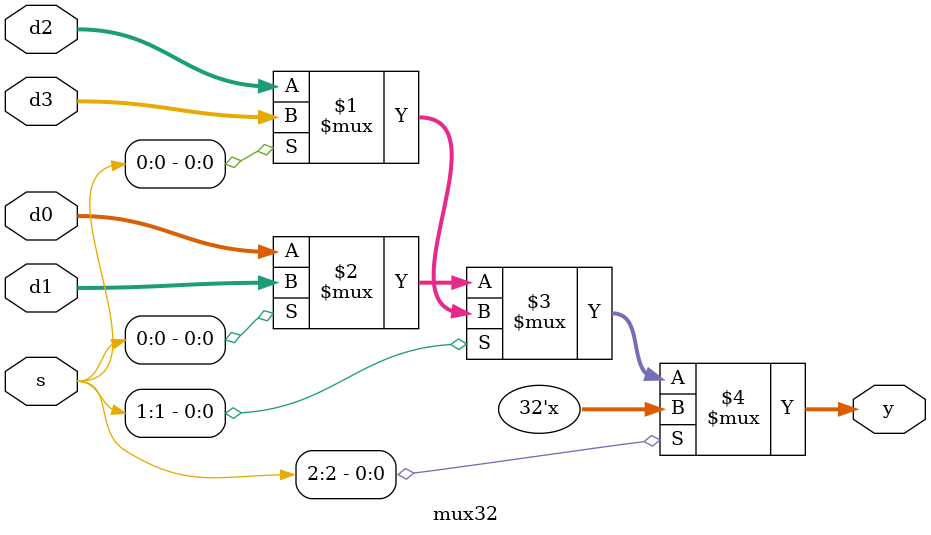
<source format=sv>
module alu#(parameter N = 32)
           (output logic [N-1:0] ALUResult,
            output logic zero_flag,
            input logic [N-1:0] SrcA, SrcB,
            input logic [3-1:0] ALUControl);

    logic [N-1:0] sum;
    logic [N-1:0] sub;
    logic [N-1:0] y_and;
    logic [N-1:0] y_or;
    assign zero_flag = ((SrcA - SrcB) == 0) ? 1 : 0;

    assign sum = SrcA + SrcB;
    subtractor sub1(sub, SrcA, SrcB); // 001
    andN and1(y_and, SrcA, SrcB); // 010
    orN or1(y_or, SrcA, SrcB); // 011
    mux32 mux32_1(ALUResult, sum, sub, y_and, y_or, ALUControl);
endmodule

module half_adder(s, c, a, b);
    output logic s, c;
    input logic a, b;

    assign s = a ^ b;
    assign c = a & b;
endmodule

module full_adder(s, cout, a, b, cin);
    output logic s, cout;
    input logic a, b, cin;

    half_adder h1(s1, cout1, a, b), h2(s, cout2, s1, cin);
    or g1(cout, cout1, cout2);
endmodule

module adder#(parameter N = 32)
             (output logic [N-1:0] f, 
              output logic cout,
              input logic [N-1:0] a, b);

    logic [N:0] carry;

    genvar i;

    assign carry[0] = 0;

    generate
        for (i = 0; i < N; i = i + 1) begin
            full_adder s(f[i], carry[i+1], a[i], b[i], carry[i]);
        end
    endgenerate

    assign cout = carry[N];
endmodule

module subtractor #(parameter N = 32)
                   (output logic [N-1:0] y,
                    input logic [N-1:0] a, b);
    
    assign y = a - b;
endmodule

module andN #(parameter N = 32)
            (output logic [N-1:0] f,
             input logic [N-1:0] a, b);

    assign f = a & b;
endmodule

module orN #(parameter N = 32)
            (output logic [N-1:0] f,
             input logic [N-1:0] a, b);

    assign f = a | b;
endmodule

module mux32(output logic [32-1:0] y,
             input logic [32-1:0] d0, d1, d2, d3,
             input logic [3-1:0] s);
        
    assign y = s[2] ? 32'bx : (s[1] ? (s[0] ? d3 : d2) : (s[0] ? d1 : d0));
endmodule

</source>
